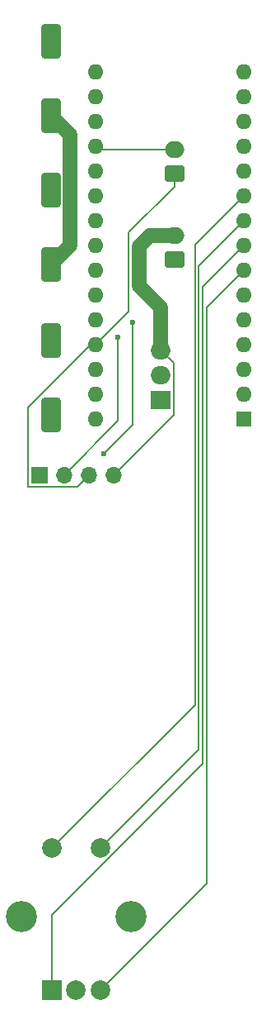
<source format=gbr>
%TF.GenerationSoftware,KiCad,Pcbnew,9.0.2*%
%TF.CreationDate,2025-08-07T20:28:25-04:00*%
%TF.ProjectId,3Dwelderpcbstuff,33447765-6c64-4657-9270-636273747566,rev?*%
%TF.SameCoordinates,Original*%
%TF.FileFunction,Copper,L1,Top*%
%TF.FilePolarity,Positive*%
%FSLAX46Y46*%
G04 Gerber Fmt 4.6, Leading zero omitted, Abs format (unit mm)*
G04 Created by KiCad (PCBNEW 9.0.2) date 2025-08-07 20:28:25*
%MOMM*%
%LPD*%
G01*
G04 APERTURE LIST*
G04 Aperture macros list*
%AMRoundRect*
0 Rectangle with rounded corners*
0 $1 Rounding radius*
0 $2 $3 $4 $5 $6 $7 $8 $9 X,Y pos of 4 corners*
0 Add a 4 corners polygon primitive as box body*
4,1,4,$2,$3,$4,$5,$6,$7,$8,$9,$2,$3,0*
0 Add four circle primitives for the rounded corners*
1,1,$1+$1,$2,$3*
1,1,$1+$1,$4,$5*
1,1,$1+$1,$6,$7*
1,1,$1+$1,$8,$9*
0 Add four rect primitives between the rounded corners*
20,1,$1+$1,$2,$3,$4,$5,0*
20,1,$1+$1,$4,$5,$6,$7,0*
20,1,$1+$1,$6,$7,$8,$9,0*
20,1,$1+$1,$8,$9,$2,$3,0*%
G04 Aperture macros list end*
%TA.AperFunction,ComponentPad*%
%ADD10R,1.700000X1.700000*%
%TD*%
%TA.AperFunction,ComponentPad*%
%ADD11O,1.700000X1.700000*%
%TD*%
%TA.AperFunction,ComponentPad*%
%ADD12R,2.000000X2.000000*%
%TD*%
%TA.AperFunction,ComponentPad*%
%ADD13C,2.000000*%
%TD*%
%TA.AperFunction,ComponentPad*%
%ADD14C,3.200000*%
%TD*%
%TA.AperFunction,ComponentPad*%
%ADD15RoundRect,0.300000X-0.700000X1.450000X-0.700000X-1.450000X0.700000X-1.450000X0.700000X1.450000X0*%
%TD*%
%TA.AperFunction,ComponentPad*%
%ADD16R,1.600000X1.600000*%
%TD*%
%TA.AperFunction,ComponentPad*%
%ADD17O,1.600000X1.600000*%
%TD*%
%TA.AperFunction,ComponentPad*%
%ADD18R,2.000000X1.905000*%
%TD*%
%TA.AperFunction,ComponentPad*%
%ADD19O,2.000000X1.905000*%
%TD*%
%TA.AperFunction,ComponentPad*%
%ADD20RoundRect,0.250000X0.750000X-0.600000X0.750000X0.600000X-0.750000X0.600000X-0.750000X-0.600000X0*%
%TD*%
%TA.AperFunction,ComponentPad*%
%ADD21O,2.000000X1.700000*%
%TD*%
%TA.AperFunction,ViaPad*%
%ADD22C,0.600000*%
%TD*%
%TA.AperFunction,Conductor*%
%ADD23C,1.500000*%
%TD*%
%TA.AperFunction,Conductor*%
%ADD24C,0.200000*%
%TD*%
G04 APERTURE END LIST*
D10*
%TO.P,J1,1,Pin_1*%
%TO.N,/SDA*%
X131405000Y-86185000D03*
D11*
%TO.P,J1,2,Pin_2*%
%TO.N,/SCL*%
X133945000Y-86185000D03*
%TO.P,J1,3,Pin_3*%
%TO.N,+5V*%
X136485000Y-86185000D03*
%TO.P,J1,4,Pin_4*%
%TO.N,GND*%
X139025000Y-86185000D03*
%TD*%
D12*
%TO.P,SW1,A,A*%
%TO.N,/EC11A*%
X132700000Y-138900000D03*
D13*
%TO.P,SW1,B,B*%
%TO.N,/EC11B*%
X137700000Y-138900000D03*
%TO.P,SW1,C,C*%
%TO.N,GND*%
X135200000Y-138900000D03*
D14*
%TO.P,SW1,MP*%
%TO.N,N/C*%
X129600000Y-131400000D03*
X140800000Y-131400000D03*
D13*
%TO.P,SW1,S1,S1*%
%TO.N,/EC11SWA*%
X137700000Y-124400000D03*
%TO.P,SW1,S2,S2*%
%TO.N,/EC11SWB*%
X132700000Y-124400000D03*
%TD*%
D15*
%TO.P,J6,1,Pin_1*%
%TO.N,+24V*%
X132600000Y-72390000D03*
%TO.P,J6,2,Pin_2*%
%TO.N,/Heater GND*%
X132600000Y-80010000D03*
%TD*%
%TO.P,J2,1,Pin_1*%
%TO.N,+12V*%
X132600000Y-41740000D03*
%TO.P,J2,2,Pin_2*%
%TO.N,GND*%
X132600000Y-49360000D03*
%TO.P,J2,3,Pin_3*%
%TO.N,+24V*%
X132600000Y-56980000D03*
%TO.P,J2,4,Pin_4*%
%TO.N,GND*%
X132600000Y-64600000D03*
%TD*%
D16*
%TO.P,A1,1,D1/TX*%
%TO.N,unconnected-(A1-D1{slash}TX-Pad1)*%
X152410000Y-80450000D03*
D17*
%TO.P,A1,2,D0/RX*%
%TO.N,unconnected-(A1-D0{slash}RX-Pad2)*%
X152410000Y-77910000D03*
%TO.P,A1,3,~{RESET}*%
%TO.N,unconnected-(A1-~{RESET}-Pad3)*%
X152410000Y-75370000D03*
%TO.P,A1,4,GND*%
%TO.N,GND*%
X152410000Y-72830000D03*
%TO.P,A1,5,D2*%
%TO.N,unconnected-(A1-D2-Pad5)*%
X152410000Y-70290000D03*
%TO.P,A1,6,D3*%
%TO.N,/Heater*%
X152410000Y-67750000D03*
%TO.P,A1,7,D4*%
%TO.N,/EC11B*%
X152410000Y-65210000D03*
%TO.P,A1,8,D5*%
%TO.N,/EC11A*%
X152410000Y-62670000D03*
%TO.P,A1,9,D6*%
%TO.N,/EC11SWA*%
X152410000Y-60130000D03*
%TO.P,A1,10,D7*%
%TO.N,/EC11SWB*%
X152410000Y-57590000D03*
%TO.P,A1,11,D8*%
%TO.N,unconnected-(A1-D8-Pad11)*%
X152410000Y-55050000D03*
%TO.P,A1,12,D9*%
%TO.N,unconnected-(A1-D9-Pad12)*%
X152410000Y-52510000D03*
%TO.P,A1,13,D10*%
%TO.N,unconnected-(A1-D10-Pad13)*%
X152410000Y-49970000D03*
%TO.P,A1,14,D11*%
%TO.N,unconnected-(A1-D11-Pad14)*%
X152410000Y-47430000D03*
%TO.P,A1,15,D12*%
%TO.N,unconnected-(A1-D12-Pad15)*%
X152410000Y-44890000D03*
%TO.P,A1,16,D13*%
%TO.N,unconnected-(A1-D13-Pad16)*%
X137170000Y-44890000D03*
%TO.P,A1,17,3V3*%
%TO.N,unconnected-(A1-3V3-Pad17)*%
X137170000Y-47430000D03*
%TO.P,A1,18,AREF*%
%TO.N,unconnected-(A1-AREF-Pad18)*%
X137170000Y-49970000D03*
%TO.P,A1,19,A0*%
%TO.N,/Thermistor*%
X137170000Y-52510000D03*
%TO.P,A1,20,A1*%
%TO.N,unconnected-(A1-A1-Pad20)*%
X137170000Y-55050000D03*
%TO.P,A1,21,A2*%
%TO.N,unconnected-(A1-A2-Pad21)*%
X137170000Y-57590000D03*
%TO.P,A1,22,A3*%
%TO.N,unconnected-(A1-A3-Pad22)*%
X137170000Y-60130000D03*
%TO.P,A1,23,A4*%
%TO.N,Net-(A1-A4)*%
X137170000Y-62670000D03*
%TO.P,A1,24,A5*%
%TO.N,Net-(A1-A5)*%
X137170000Y-65210000D03*
%TO.P,A1,25,A6*%
%TO.N,unconnected-(A1-A6-Pad25)*%
X137170000Y-67750000D03*
%TO.P,A1,26,A7*%
%TO.N,unconnected-(A1-A7-Pad26)*%
X137170000Y-70290000D03*
%TO.P,A1,27,+5V*%
%TO.N,+5V*%
X137170000Y-72830000D03*
%TO.P,A1,28,~{RESET}*%
%TO.N,unconnected-(A1-~{RESET}-Pad28)*%
X137170000Y-75370000D03*
%TO.P,A1,29,GND*%
%TO.N,GND*%
X137170000Y-77910000D03*
%TO.P,A1,30,VIN*%
%TO.N,+12V*%
X137170000Y-80450000D03*
%TD*%
D18*
%TO.P,Q2,1,G*%
%TO.N,Net-(Q2-G)*%
X143910000Y-78470000D03*
D19*
%TO.P,Q2,2,D*%
%TO.N,/Heater GND*%
X143910000Y-75930000D03*
%TO.P,Q2,3,S*%
%TO.N,GND*%
X143910000Y-73390000D03*
%TD*%
D20*
%TO.P,J4,1,Pin_1*%
%TO.N,+24V*%
X145310000Y-64090000D03*
D21*
%TO.P,J4,2,Pin_2*%
%TO.N,GND*%
X145310000Y-61590000D03*
%TD*%
D20*
%TO.P,J5,1,Pin_1*%
%TO.N,+5V*%
X145310000Y-55290000D03*
D21*
%TO.P,J5,2,Pin_2*%
%TO.N,/Thermistor*%
X145310000Y-52790000D03*
%TD*%
D22*
%TO.N,/SCL*%
X139500000Y-72000000D03*
%TO.N,/SDA*%
X141000000Y-70500000D03*
X138000000Y-84000000D03*
%TD*%
D23*
%TO.N,GND*%
X141651000Y-62749000D02*
X142810000Y-61590000D01*
X141651000Y-66751000D02*
X141651000Y-62749000D01*
X143910000Y-69010000D02*
X141651000Y-66751000D01*
X142810000Y-61590000D02*
X145310000Y-61590000D01*
X143910000Y-73390000D02*
X143910000Y-69010000D01*
D24*
%TO.N,+5V*%
X140600000Y-61300000D02*
X140600000Y-69400000D01*
X145310000Y-56590000D02*
X140600000Y-61300000D01*
X145310000Y-55290000D02*
X145310000Y-56590000D01*
X140600000Y-69400000D02*
X137170000Y-72830000D01*
%TO.N,GND*%
X145211000Y-74691000D02*
X143910000Y-73390000D01*
X145211000Y-79999000D02*
X145211000Y-74691000D01*
X139025000Y-86185000D02*
X145211000Y-79999000D01*
D23*
X134551000Y-62649000D02*
X132600000Y-64600000D01*
X132600000Y-49360000D02*
X134551000Y-51311000D01*
X134551000Y-51311000D02*
X134551000Y-62649000D01*
D24*
%TO.N,/Thermistor*%
X145310000Y-52790000D02*
X137450000Y-52790000D01*
X137450000Y-52790000D02*
X137170000Y-52510000D01*
%TO.N,/EC11SWA*%
X147801000Y-64739000D02*
X152410000Y-60130000D01*
X147801000Y-114299000D02*
X147801000Y-64739000D01*
X137700000Y-124400000D02*
X147801000Y-114299000D01*
%TO.N,/EC11B*%
X137700000Y-138900000D02*
X148600000Y-128000000D01*
X148600000Y-115906992D02*
X148603000Y-115903992D01*
X148600000Y-128000000D02*
X148600000Y-115906992D01*
X148603000Y-115903992D02*
X148603000Y-69017000D01*
X148603000Y-69017000D02*
X152410000Y-65210000D01*
%TO.N,/EC11SWB*%
X132700000Y-124400000D02*
X147400000Y-109700000D01*
X147400000Y-62600000D02*
X152410000Y-57590000D01*
X147400000Y-109700000D02*
X147400000Y-62600000D01*
%TO.N,/SCL*%
X139500000Y-80630000D02*
X139500000Y-72000000D01*
X133945000Y-86185000D02*
X139500000Y-80630000D01*
%TO.N,/EC11A*%
X132700000Y-138900000D02*
X132700000Y-131239892D01*
X148202000Y-115737892D02*
X148202000Y-66878000D01*
X148202000Y-66878000D02*
X152410000Y-62670000D01*
X132700000Y-131239892D02*
X148202000Y-115737892D01*
%TO.N,/SDA*%
X141000000Y-80999999D02*
X138000000Y-83999999D01*
X138000000Y-83999999D02*
X138000000Y-84000000D01*
X141000000Y-70500000D02*
X141000000Y-80999999D01*
%TO.N,+5V*%
X130254000Y-87336000D02*
X130254000Y-79246000D01*
X135334000Y-87336000D02*
X130254000Y-87336000D01*
X136485000Y-86185000D02*
X135334000Y-87336000D01*
X130254000Y-79246000D02*
X136670000Y-72830000D01*
X136670000Y-72830000D02*
X137170000Y-72830000D01*
%TD*%
M02*

</source>
